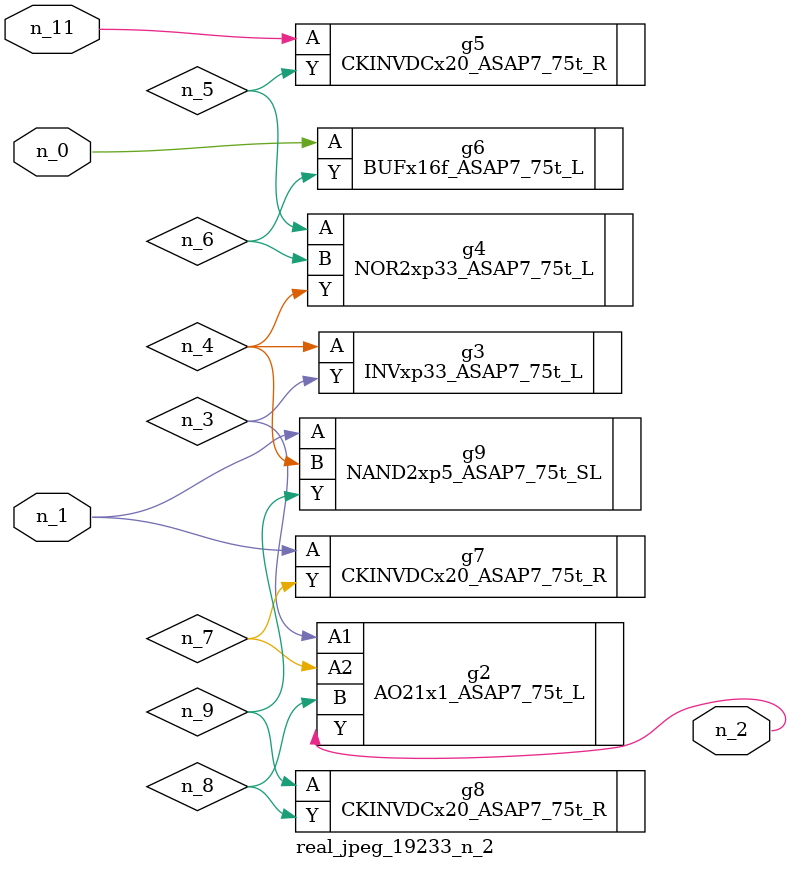
<source format=v>
module real_jpeg_19233_n_2 (n_1, n_11, n_0, n_2);

input n_1;
input n_11;
input n_0;

output n_2;

wire n_5;
wire n_4;
wire n_8;
wire n_6;
wire n_7;
wire n_3;
wire n_9;

BUFx16f_ASAP7_75t_L g6 ( 
.A(n_0),
.Y(n_6)
);

CKINVDCx20_ASAP7_75t_R g7 ( 
.A(n_1),
.Y(n_7)
);

NAND2xp5_ASAP7_75t_SL g9 ( 
.A(n_1),
.B(n_4),
.Y(n_9)
);

AO21x1_ASAP7_75t_L g2 ( 
.A1(n_3),
.A2(n_7),
.B(n_8),
.Y(n_2)
);

INVxp33_ASAP7_75t_L g3 ( 
.A(n_4),
.Y(n_3)
);

NOR2xp33_ASAP7_75t_L g4 ( 
.A(n_5),
.B(n_6),
.Y(n_4)
);

CKINVDCx20_ASAP7_75t_R g8 ( 
.A(n_9),
.Y(n_8)
);

CKINVDCx20_ASAP7_75t_R g5 ( 
.A(n_11),
.Y(n_5)
);


endmodule
</source>
